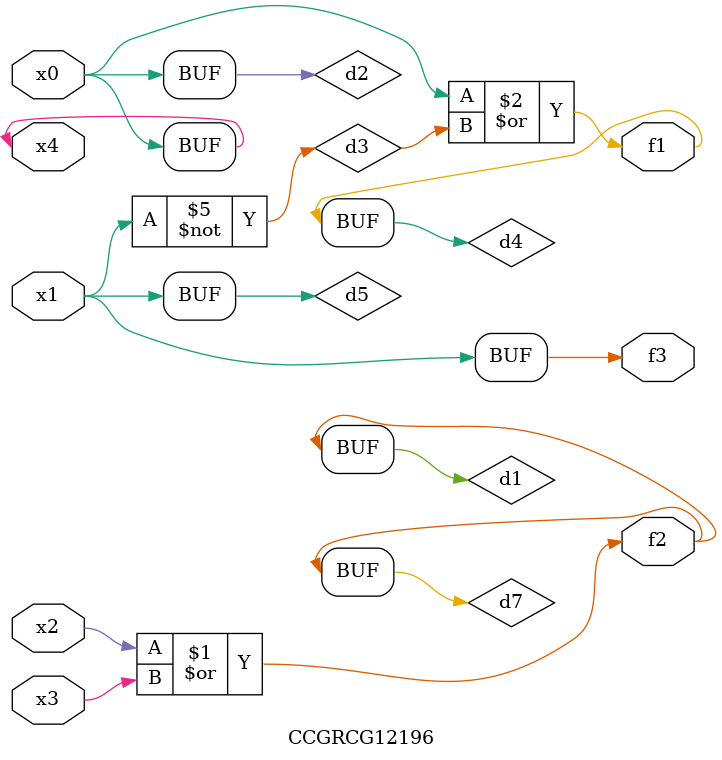
<source format=v>
module CCGRCG12196(
	input x0, x1, x2, x3, x4,
	output f1, f2, f3
);

	wire d1, d2, d3, d4, d5, d6, d7;

	or (d1, x2, x3);
	buf (d2, x0, x4);
	not (d3, x1);
	or (d4, d2, d3);
	not (d5, d3);
	nand (d6, d1, d3);
	or (d7, d1);
	assign f1 = d4;
	assign f2 = d7;
	assign f3 = d5;
endmodule

</source>
